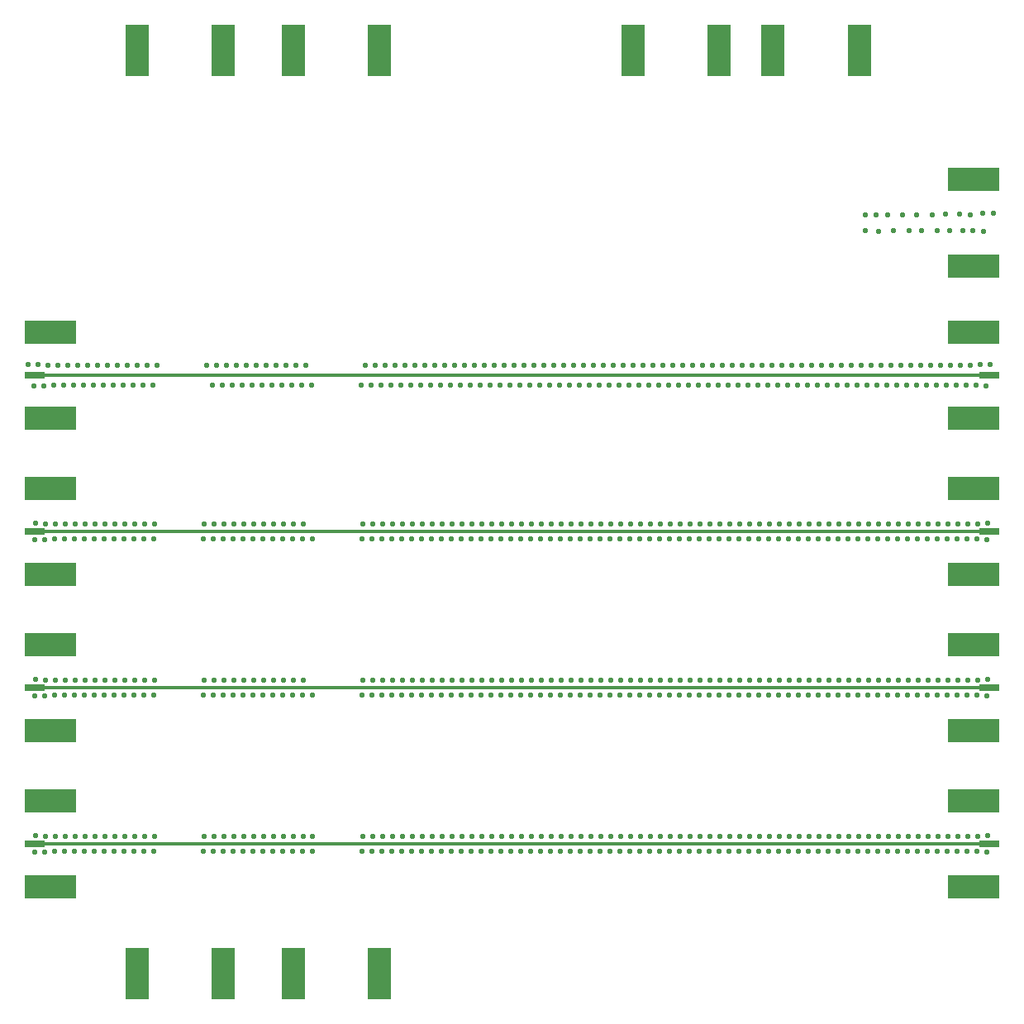
<source format=gts>
G04*
G04 #@! TF.GenerationSoftware,Altium Limited,Altium Designer,19.1.7 (138)*
G04*
G04 Layer_Color=8388736*
%FSLAX25Y25*%
%MOIN*%
G70*
G01*
G75*
%ADD15C,0.01364*%
%ADD16C,0.01309*%
%ADD17C,0.01218*%
%ADD18C,0.01309*%
%ADD19R,0.08300X0.02800*%
%ADD20R,0.20800X0.09800*%
%ADD21R,0.09800X0.20800*%
%ADD22C,0.02300*%
D15*
X4350Y251969D02*
X389351D01*
D16*
X4350Y188976D02*
X389351D01*
D17*
X4350Y62992D02*
X387800Y63039D01*
D18*
X4350Y125984D02*
X388400Y126024D01*
D19*
X389351Y251969D02*
D03*
Y125984D02*
D03*
X4350D02*
D03*
X389351Y62992D02*
D03*
X4350D02*
D03*
X389351Y188976D02*
D03*
X4350D02*
D03*
Y251969D02*
D03*
D20*
X383101Y234569D02*
D03*
Y269369D02*
D03*
Y330900D02*
D03*
Y296100D02*
D03*
Y143384D02*
D03*
Y108584D02*
D03*
X10600D02*
D03*
Y143384D02*
D03*
X383101Y80392D02*
D03*
Y45592D02*
D03*
X10600D02*
D03*
Y80392D02*
D03*
X383101Y206376D02*
D03*
Y171576D02*
D03*
X10600D02*
D03*
Y206376D02*
D03*
Y234569D02*
D03*
Y269369D02*
D03*
D21*
X45592Y10600D02*
D03*
X80392D02*
D03*
Y383101D02*
D03*
X45592D02*
D03*
X108584Y10600D02*
D03*
X143384D02*
D03*
Y383101D02*
D03*
X108584D02*
D03*
X302100Y383101D02*
D03*
X336900D02*
D03*
X245598D02*
D03*
X280398D02*
D03*
D22*
X389584Y256246D02*
D03*
X385584Y256244D02*
D03*
X381596Y255942D02*
D03*
X377596D02*
D03*
X373596D02*
D03*
X369596D02*
D03*
X365596D02*
D03*
X361596D02*
D03*
X357596D02*
D03*
X353596D02*
D03*
X349596D02*
D03*
X345596D02*
D03*
X341596D02*
D03*
X337596D02*
D03*
X333596D02*
D03*
X329596D02*
D03*
X325596D02*
D03*
X321596D02*
D03*
X317596D02*
D03*
X313596D02*
D03*
X309596D02*
D03*
X305596D02*
D03*
X301596D02*
D03*
X297596D02*
D03*
X293596D02*
D03*
X289596D02*
D03*
X285596D02*
D03*
X281596D02*
D03*
X277596D02*
D03*
X273596D02*
D03*
X269596D02*
D03*
X265596D02*
D03*
X261596D02*
D03*
X257596D02*
D03*
X253596D02*
D03*
X249596D02*
D03*
X245596D02*
D03*
X241596D02*
D03*
X237596D02*
D03*
X233596D02*
D03*
X229596D02*
D03*
X225596D02*
D03*
X221596D02*
D03*
X217596D02*
D03*
X213596D02*
D03*
X209596D02*
D03*
X205596D02*
D03*
X201596D02*
D03*
X197596D02*
D03*
X193596D02*
D03*
X189596D02*
D03*
X185596D02*
D03*
X181596D02*
D03*
X177596D02*
D03*
X173596D02*
D03*
X169596D02*
D03*
X165596D02*
D03*
X161596D02*
D03*
X157596D02*
D03*
X153596D02*
D03*
X149596D02*
D03*
X145596D02*
D03*
X141596D02*
D03*
X137596D02*
D03*
X113596D02*
D03*
X109596D02*
D03*
X105596D02*
D03*
X101596D02*
D03*
X97596D02*
D03*
X93596D02*
D03*
X89596D02*
D03*
X85596D02*
D03*
X81596D02*
D03*
X77596D02*
D03*
X73596D02*
D03*
X53596D02*
D03*
X49596D02*
D03*
X45596D02*
D03*
X41596D02*
D03*
X37596D02*
D03*
X33596D02*
D03*
X29596D02*
D03*
X25596D02*
D03*
X21596D02*
D03*
X17596D02*
D03*
X13596D02*
D03*
X9596D02*
D03*
X5607Y256246D02*
D03*
X1607D02*
D03*
X3948Y247691D02*
D03*
X7948D02*
D03*
X11936Y247995D02*
D03*
X15936D02*
D03*
X19936D02*
D03*
X23936D02*
D03*
X27936D02*
D03*
X31936D02*
D03*
X35936D02*
D03*
X39936D02*
D03*
X43936D02*
D03*
X47936D02*
D03*
X51936D02*
D03*
X75936D02*
D03*
X79936D02*
D03*
X83936D02*
D03*
X87936D02*
D03*
X91936D02*
D03*
X95936D02*
D03*
X99936D02*
D03*
X103936D02*
D03*
X107936D02*
D03*
X111936D02*
D03*
X115936D02*
D03*
X135936D02*
D03*
X139936D02*
D03*
X143936D02*
D03*
X147936D02*
D03*
X151936D02*
D03*
X155936D02*
D03*
X159936D02*
D03*
X163936D02*
D03*
X167936D02*
D03*
X171936D02*
D03*
X175936D02*
D03*
X179936D02*
D03*
X183936D02*
D03*
X187936D02*
D03*
X191936D02*
D03*
X195936D02*
D03*
X199936D02*
D03*
X203936D02*
D03*
X207936D02*
D03*
X211936D02*
D03*
X215936D02*
D03*
X219936D02*
D03*
X223936D02*
D03*
X227936D02*
D03*
X231936D02*
D03*
X235936D02*
D03*
X239936D02*
D03*
X243936D02*
D03*
X247936D02*
D03*
X251936D02*
D03*
X255936D02*
D03*
X259936D02*
D03*
X263936D02*
D03*
X267936D02*
D03*
X271936D02*
D03*
X275936D02*
D03*
X279936D02*
D03*
X283936D02*
D03*
X287936D02*
D03*
X291936D02*
D03*
X295936D02*
D03*
X299936D02*
D03*
X303936D02*
D03*
X307936D02*
D03*
X311936D02*
D03*
X315936D02*
D03*
X319936D02*
D03*
X323936D02*
D03*
X327936D02*
D03*
X331936D02*
D03*
X335936D02*
D03*
X339936D02*
D03*
X343936D02*
D03*
X347936D02*
D03*
X351936D02*
D03*
X355936D02*
D03*
X359936D02*
D03*
X363936D02*
D03*
X367936D02*
D03*
X371936D02*
D03*
X375936D02*
D03*
X379936D02*
D03*
X383936D02*
D03*
X387925Y247691D02*
D03*
X116500Y66000D02*
D03*
X84722Y65907D02*
D03*
X80722D02*
D03*
X84436Y60077D02*
D03*
X80436D02*
D03*
X76722Y65907D02*
D03*
X76436Y60077D02*
D03*
X72722Y65907D02*
D03*
X72436Y60077D02*
D03*
X84732Y128946D02*
D03*
X80732D02*
D03*
X84433Y123023D02*
D03*
X80433D02*
D03*
X76732Y128946D02*
D03*
X72732D02*
D03*
X76433Y123023D02*
D03*
X72433D02*
D03*
X84732Y191938D02*
D03*
X84433Y186015D02*
D03*
X80732Y191938D02*
D03*
X80433Y186015D02*
D03*
X76732Y191938D02*
D03*
X76433Y186015D02*
D03*
X72732Y191938D02*
D03*
X72433Y186015D02*
D03*
X100722Y65907D02*
D03*
X96722D02*
D03*
X100436Y60077D02*
D03*
X96436D02*
D03*
X92722Y65907D02*
D03*
X88722D02*
D03*
X92436Y60077D02*
D03*
X88436D02*
D03*
X52732Y191938D02*
D03*
X32433Y186015D02*
D03*
X28732Y191938D02*
D03*
X28433Y186015D02*
D03*
X24732Y191938D02*
D03*
X24433Y186015D02*
D03*
X20732Y191938D02*
D03*
X20433Y186015D02*
D03*
X16700Y204700D02*
D03*
X16600Y208300D02*
D03*
X16732Y191938D02*
D03*
X16433Y186015D02*
D03*
X36732Y191938D02*
D03*
X36433Y186015D02*
D03*
X32732Y191938D02*
D03*
X52436Y60077D02*
D03*
X52722Y65907D02*
D03*
X44436Y60077D02*
D03*
X44722Y65907D02*
D03*
X48436Y60077D02*
D03*
X48722Y65907D02*
D03*
X40436Y60077D02*
D03*
X40722Y65907D02*
D03*
X52433Y186015D02*
D03*
X44732Y191938D02*
D03*
X48732D02*
D03*
X44433Y186015D02*
D03*
X48433D02*
D03*
X40732Y191938D02*
D03*
X40433Y186015D02*
D03*
X136433D02*
D03*
X136732Y191938D02*
D03*
X140433Y186015D02*
D03*
X144433D02*
D03*
X140732Y191938D02*
D03*
X144732D02*
D03*
X148433Y186015D02*
D03*
X148732Y191938D02*
D03*
X116433Y123023D02*
D03*
X112433D02*
D03*
X112732Y128946D02*
D03*
X108433Y123023D02*
D03*
X104433D02*
D03*
X108732Y128946D02*
D03*
X104732D02*
D03*
X116436Y60077D02*
D03*
X112436D02*
D03*
X112722Y65907D02*
D03*
X108436Y60077D02*
D03*
X104436D02*
D03*
X108722Y65907D02*
D03*
X104722D02*
D03*
X36722D02*
D03*
X36436Y60077D02*
D03*
X28722Y65907D02*
D03*
X32722D02*
D03*
X28436Y60077D02*
D03*
X32436D02*
D03*
X24436D02*
D03*
X24722Y65907D02*
D03*
X36732Y128946D02*
D03*
X32732D02*
D03*
X36433Y123023D02*
D03*
X32433D02*
D03*
X28732Y128946D02*
D03*
X24732D02*
D03*
X28433Y123023D02*
D03*
X24433D02*
D03*
X20722Y65907D02*
D03*
X20436Y60077D02*
D03*
X388725Y192271D02*
D03*
X384729Y192097D02*
D03*
X380732Y191938D02*
D03*
X376732D02*
D03*
X372732D02*
D03*
X368732D02*
D03*
X364732D02*
D03*
X360732D02*
D03*
X356732D02*
D03*
X352732D02*
D03*
X348732D02*
D03*
X344732D02*
D03*
X340732D02*
D03*
X336732D02*
D03*
X332732D02*
D03*
X328732D02*
D03*
X324732D02*
D03*
X320732D02*
D03*
X316732D02*
D03*
X312732D02*
D03*
X308732D02*
D03*
X304732D02*
D03*
X300732D02*
D03*
X296732D02*
D03*
X292732D02*
D03*
X288732D02*
D03*
X284732D02*
D03*
X280732D02*
D03*
X276732D02*
D03*
X272732D02*
D03*
X268732D02*
D03*
X264732D02*
D03*
X260732D02*
D03*
X256732D02*
D03*
X252732D02*
D03*
X248732D02*
D03*
X244732D02*
D03*
X240732D02*
D03*
X236732D02*
D03*
X232732D02*
D03*
X228732D02*
D03*
X224732D02*
D03*
X220732D02*
D03*
X216732D02*
D03*
X212732D02*
D03*
X208732D02*
D03*
X204732D02*
D03*
X200732D02*
D03*
X196732D02*
D03*
X192732D02*
D03*
X188732D02*
D03*
X184732D02*
D03*
X180732D02*
D03*
X176732D02*
D03*
X172732D02*
D03*
X168732D02*
D03*
X164732D02*
D03*
X160732D02*
D03*
X156732D02*
D03*
X152732D02*
D03*
X112732D02*
D03*
X108732D02*
D03*
X104732D02*
D03*
X100732D02*
D03*
X96732D02*
D03*
X92732D02*
D03*
X88732D02*
D03*
X12732D02*
D03*
X8737Y192144D02*
D03*
X4739Y192271D02*
D03*
X4442Y185682D02*
D03*
X8441Y185750D02*
D03*
X12433Y186015D02*
D03*
X88433D02*
D03*
X92433D02*
D03*
X96433D02*
D03*
X100433D02*
D03*
X104433D02*
D03*
X108433D02*
D03*
X112433D02*
D03*
X116433D02*
D03*
X152433D02*
D03*
X156433D02*
D03*
X160433D02*
D03*
X164433D02*
D03*
X168433D02*
D03*
X172433D02*
D03*
X176433D02*
D03*
X180433D02*
D03*
X184433D02*
D03*
X188433D02*
D03*
X192433D02*
D03*
X196433D02*
D03*
X200433D02*
D03*
X204433D02*
D03*
X208433D02*
D03*
X212433D02*
D03*
X216433D02*
D03*
X220433D02*
D03*
X224433D02*
D03*
X228433D02*
D03*
X232433D02*
D03*
X236433D02*
D03*
X240433D02*
D03*
X244433D02*
D03*
X248433D02*
D03*
X252433D02*
D03*
X256433D02*
D03*
X260433D02*
D03*
X264433D02*
D03*
X268433D02*
D03*
X272433D02*
D03*
X276433D02*
D03*
X280433D02*
D03*
X284433D02*
D03*
X288433D02*
D03*
X292433D02*
D03*
X296433D02*
D03*
X300433D02*
D03*
X304433D02*
D03*
X308433D02*
D03*
X312433D02*
D03*
X316433D02*
D03*
X320433D02*
D03*
X324433D02*
D03*
X328433D02*
D03*
X332433D02*
D03*
X336433D02*
D03*
X340433D02*
D03*
X344433D02*
D03*
X348433D02*
D03*
X352433D02*
D03*
X356433D02*
D03*
X360433D02*
D03*
X364433D02*
D03*
X368433D02*
D03*
X372433D02*
D03*
X376433D02*
D03*
X380433D02*
D03*
X384433D02*
D03*
X388419Y185682D02*
D03*
X388725Y129278D02*
D03*
X384729Y129105D02*
D03*
X380732Y128946D02*
D03*
X376732D02*
D03*
X372732D02*
D03*
X368732D02*
D03*
X364732D02*
D03*
X360732D02*
D03*
X356732D02*
D03*
X352732D02*
D03*
X348732D02*
D03*
X344732D02*
D03*
X340732D02*
D03*
X336732D02*
D03*
X332732D02*
D03*
X328732D02*
D03*
X324732D02*
D03*
X320732D02*
D03*
X316732D02*
D03*
X312732D02*
D03*
X308732D02*
D03*
X304732D02*
D03*
X300732D02*
D03*
X296732D02*
D03*
X292732D02*
D03*
X288732D02*
D03*
X284732D02*
D03*
X280732D02*
D03*
X276732D02*
D03*
X272732D02*
D03*
X268732D02*
D03*
X264732D02*
D03*
X260732D02*
D03*
X256732D02*
D03*
X252732D02*
D03*
X248732D02*
D03*
X244732D02*
D03*
X240732D02*
D03*
X236732D02*
D03*
X232732D02*
D03*
X228732D02*
D03*
X224732D02*
D03*
X220732D02*
D03*
X216732D02*
D03*
X212732D02*
D03*
X208732D02*
D03*
X204732D02*
D03*
X200732D02*
D03*
X196732D02*
D03*
X192732D02*
D03*
X188732D02*
D03*
X184732D02*
D03*
X180732D02*
D03*
X176732D02*
D03*
X172732D02*
D03*
X168732D02*
D03*
X164732D02*
D03*
X160732D02*
D03*
X156732D02*
D03*
X152732D02*
D03*
X148732D02*
D03*
X144732D02*
D03*
X140732D02*
D03*
X136732D02*
D03*
X100732D02*
D03*
X96732D02*
D03*
X92732D02*
D03*
X88732D02*
D03*
X52732D02*
D03*
X48732D02*
D03*
X44732D02*
D03*
X40732D02*
D03*
X20732D02*
D03*
X16732D02*
D03*
X12732D02*
D03*
X8737Y129152D02*
D03*
X4739Y129278D02*
D03*
X4442Y122690D02*
D03*
X8441Y122758D02*
D03*
X12433Y123023D02*
D03*
X16433D02*
D03*
X20433D02*
D03*
X40433D02*
D03*
X44433D02*
D03*
X48433D02*
D03*
X52433D02*
D03*
X88433D02*
D03*
X92433D02*
D03*
X96433D02*
D03*
X100433D02*
D03*
X136433D02*
D03*
X140433D02*
D03*
X144433D02*
D03*
X148433D02*
D03*
X152433D02*
D03*
X156433D02*
D03*
X160433D02*
D03*
X164433D02*
D03*
X168433D02*
D03*
X172433D02*
D03*
X176433D02*
D03*
X180433D02*
D03*
X184433D02*
D03*
X188433D02*
D03*
X192433D02*
D03*
X196433D02*
D03*
X200433D02*
D03*
X204433D02*
D03*
X208433D02*
D03*
X212433D02*
D03*
X216433D02*
D03*
X220433D02*
D03*
X224433D02*
D03*
X228433D02*
D03*
X232433D02*
D03*
X236433D02*
D03*
X240433D02*
D03*
X244433D02*
D03*
X248433D02*
D03*
X252433D02*
D03*
X256433D02*
D03*
X260433D02*
D03*
X264433D02*
D03*
X268433D02*
D03*
X272433D02*
D03*
X276433D02*
D03*
X280433D02*
D03*
X284433D02*
D03*
X288433D02*
D03*
X292433D02*
D03*
X296433D02*
D03*
X300433D02*
D03*
X304433D02*
D03*
X308433D02*
D03*
X312433D02*
D03*
X316433D02*
D03*
X320433D02*
D03*
X324433D02*
D03*
X328433D02*
D03*
X332433D02*
D03*
X336433D02*
D03*
X340433D02*
D03*
X344433D02*
D03*
X348433D02*
D03*
X352433D02*
D03*
X356433D02*
D03*
X360433D02*
D03*
X364433D02*
D03*
X368433D02*
D03*
X372433D02*
D03*
X376433D02*
D03*
X380433D02*
D03*
X384433D02*
D03*
X388419Y122690D02*
D03*
X388713Y66286D02*
D03*
X384717Y66108D02*
D03*
X380722Y65907D02*
D03*
X376722D02*
D03*
X372722D02*
D03*
X368722D02*
D03*
X364722D02*
D03*
X360722D02*
D03*
X356722D02*
D03*
X352722D02*
D03*
X348722D02*
D03*
X344722D02*
D03*
X340722D02*
D03*
X336722D02*
D03*
X332722D02*
D03*
X328722D02*
D03*
X324722D02*
D03*
X320722D02*
D03*
X316722D02*
D03*
X312722D02*
D03*
X308722D02*
D03*
X304722D02*
D03*
X300722D02*
D03*
X296722D02*
D03*
X292722D02*
D03*
X288722D02*
D03*
X284722D02*
D03*
X280722D02*
D03*
X276722D02*
D03*
X272722D02*
D03*
X268722D02*
D03*
X264722D02*
D03*
X260722D02*
D03*
X256722D02*
D03*
X252722D02*
D03*
X248722D02*
D03*
X244722D02*
D03*
X240722D02*
D03*
X236722D02*
D03*
X232722D02*
D03*
X228722D02*
D03*
X224722D02*
D03*
X220722D02*
D03*
X216722D02*
D03*
X212722D02*
D03*
X208722D02*
D03*
X204722D02*
D03*
X200722D02*
D03*
X196722D02*
D03*
X192722D02*
D03*
X188722D02*
D03*
X184722D02*
D03*
X180722D02*
D03*
X176722D02*
D03*
X172722D02*
D03*
X168722D02*
D03*
X164722D02*
D03*
X160722D02*
D03*
X156722D02*
D03*
X152722D02*
D03*
X148722D02*
D03*
X144722D02*
D03*
X140722D02*
D03*
X136722D02*
D03*
X16722D02*
D03*
X12722D02*
D03*
X8730Y66161D02*
D03*
X4732Y66286D02*
D03*
X4448Y59698D02*
D03*
X8448Y59767D02*
D03*
X12436Y60077D02*
D03*
X16436D02*
D03*
X136436D02*
D03*
X140436D02*
D03*
X144436D02*
D03*
X148436D02*
D03*
X152436D02*
D03*
X156436D02*
D03*
X160436D02*
D03*
X164436D02*
D03*
X168436D02*
D03*
X172436D02*
D03*
X176436D02*
D03*
X180436D02*
D03*
X184436D02*
D03*
X188436D02*
D03*
X192436D02*
D03*
X196436D02*
D03*
X200436D02*
D03*
X204436D02*
D03*
X208436D02*
D03*
X212436D02*
D03*
X216436D02*
D03*
X220436D02*
D03*
X224436D02*
D03*
X228436D02*
D03*
X232436D02*
D03*
X236436D02*
D03*
X240436D02*
D03*
X244436D02*
D03*
X248436D02*
D03*
X252436D02*
D03*
X256436D02*
D03*
X260436D02*
D03*
X264436D02*
D03*
X268436D02*
D03*
X272436D02*
D03*
X276436D02*
D03*
X280436D02*
D03*
X284436D02*
D03*
X288436D02*
D03*
X292436D02*
D03*
X296436D02*
D03*
X300436D02*
D03*
X304436D02*
D03*
X308436D02*
D03*
X312436D02*
D03*
X316436D02*
D03*
X320436D02*
D03*
X324436D02*
D03*
X328436D02*
D03*
X332436D02*
D03*
X336436D02*
D03*
X340436D02*
D03*
X344436D02*
D03*
X348436D02*
D03*
X352436D02*
D03*
X356436D02*
D03*
X360436D02*
D03*
X364436D02*
D03*
X368436D02*
D03*
X372436D02*
D03*
X376436D02*
D03*
X380436D02*
D03*
X384436Y60065D02*
D03*
X388419Y59698D02*
D03*
X144800Y4100D02*
D03*
X141400Y3500D02*
D03*
X141600Y10900D02*
D03*
X146500D02*
D03*
X146400Y18100D02*
D03*
X141000Y18000D02*
D03*
X110800Y3800D02*
D03*
X106700Y3300D02*
D03*
X106500Y10800D02*
D03*
X111100Y11100D02*
D03*
X111200Y18300D02*
D03*
X106000Y18500D02*
D03*
X83400Y3900D02*
D03*
X77400Y3700D02*
D03*
X77600Y10700D02*
D03*
X83000Y10800D02*
D03*
X82700Y17900D02*
D03*
X78000Y18000D02*
D03*
X48200Y4400D02*
D03*
X43500D02*
D03*
Y10400D02*
D03*
X48000Y10500D02*
D03*
X47700Y17400D02*
D03*
X43000Y17500D02*
D03*
X145800Y376700D02*
D03*
X141100Y376400D02*
D03*
Y383700D02*
D03*
X145600Y384000D02*
D03*
X145800Y391100D02*
D03*
X141000Y391000D02*
D03*
X110900Y375900D02*
D03*
X106000Y376000D02*
D03*
Y383200D02*
D03*
X111400Y383000D02*
D03*
X111100Y390600D02*
D03*
X106000Y390500D02*
D03*
X83200Y376600D02*
D03*
X77900Y376400D02*
D03*
X78100Y383000D02*
D03*
X82800Y383100D02*
D03*
X83200Y390000D02*
D03*
X78000D02*
D03*
X48500Y376400D02*
D03*
X43100Y376800D02*
D03*
X43000Y382900D02*
D03*
X48300Y383400D02*
D03*
Y391100D02*
D03*
X43000Y391000D02*
D03*
X335000Y377300D02*
D03*
X334800Y383700D02*
D03*
X334900Y390000D02*
D03*
X339000Y390100D02*
D03*
X338800Y383800D02*
D03*
X338600Y377200D02*
D03*
X300400Y377400D02*
D03*
X300200Y383800D02*
D03*
X300300Y390100D02*
D03*
X304400Y390200D02*
D03*
X304200Y383900D02*
D03*
X304000Y377300D02*
D03*
X278600Y376700D02*
D03*
X278400Y383100D02*
D03*
X278500Y389400D02*
D03*
X282600Y389500D02*
D03*
X282400Y383200D02*
D03*
X282200Y376600D02*
D03*
X243600D02*
D03*
X243400Y383000D02*
D03*
X243500Y389300D02*
D03*
X247600Y389400D02*
D03*
X247400Y383100D02*
D03*
X247200Y376500D02*
D03*
X377800Y47600D02*
D03*
X383900D02*
D03*
X389900Y47700D02*
D03*
X390000Y44100D02*
D03*
X384000Y43900D02*
D03*
X377800Y43800D02*
D03*
X376700Y82300D02*
D03*
X382800D02*
D03*
X388800Y82400D02*
D03*
X388900Y78800D02*
D03*
X382900Y78600D02*
D03*
X376700Y78500D02*
D03*
Y110400D02*
D03*
X382800D02*
D03*
X388800Y110500D02*
D03*
X388900Y106900D02*
D03*
X382900Y106700D02*
D03*
X376700Y106600D02*
D03*
X377300Y145100D02*
D03*
X383400D02*
D03*
X389400Y145200D02*
D03*
X389500Y141600D02*
D03*
X383500Y141400D02*
D03*
X377300Y141300D02*
D03*
X377000Y173400D02*
D03*
X383100D02*
D03*
X389100Y173500D02*
D03*
X389200Y169900D02*
D03*
X383200Y169700D02*
D03*
X377000Y169600D02*
D03*
X376900Y208200D02*
D03*
X383000D02*
D03*
X389000Y208300D02*
D03*
X389100Y204700D02*
D03*
X383100Y204500D02*
D03*
X376900Y204400D02*
D03*
X376700Y236600D02*
D03*
X382800D02*
D03*
X388800Y236700D02*
D03*
X388900Y233100D02*
D03*
X382900Y232900D02*
D03*
X376700Y232800D02*
D03*
X377500Y271200D02*
D03*
X383600D02*
D03*
X389600Y271300D02*
D03*
X389700Y267700D02*
D03*
X383700Y267500D02*
D03*
X377500Y267400D02*
D03*
X4800Y271100D02*
D03*
X10900D02*
D03*
X16900Y271200D02*
D03*
X17000Y267600D02*
D03*
X11000Y267400D02*
D03*
X4800Y267300D02*
D03*
Y236000D02*
D03*
X10900D02*
D03*
X16900Y236100D02*
D03*
X17000Y232500D02*
D03*
X11000Y232300D02*
D03*
X4800Y232200D02*
D03*
X4500Y208200D02*
D03*
X10600D02*
D03*
X10700Y204500D02*
D03*
X4500Y204400D02*
D03*
Y173400D02*
D03*
X10600D02*
D03*
X16600Y173500D02*
D03*
X16700Y169900D02*
D03*
X10700Y169700D02*
D03*
X4500Y169600D02*
D03*
X4800Y145400D02*
D03*
X10900D02*
D03*
X16900Y145500D02*
D03*
X17000Y141900D02*
D03*
X11000Y141700D02*
D03*
X4800Y141600D02*
D03*
X4600Y110600D02*
D03*
X10700D02*
D03*
X16700Y110700D02*
D03*
X16800Y107100D02*
D03*
X10800Y106900D02*
D03*
X4600Y106800D02*
D03*
X4400Y82300D02*
D03*
X10500D02*
D03*
X16500Y82400D02*
D03*
X16600Y78800D02*
D03*
X10600Y78600D02*
D03*
X4400Y78500D02*
D03*
X3700Y47400D02*
D03*
X9800D02*
D03*
X15800Y47500D02*
D03*
X15900Y43900D02*
D03*
X9900Y43700D02*
D03*
X3700Y43600D02*
D03*
X376200Y328900D02*
D03*
X382800Y328700D02*
D03*
X389100Y328500D02*
D03*
X389000Y332600D02*
D03*
X382700Y332700D02*
D03*
X376300Y332500D02*
D03*
X376200Y294200D02*
D03*
X382400Y294100D02*
D03*
X387800Y294200D02*
D03*
Y298300D02*
D03*
X382400D02*
D03*
X376200D02*
D03*
X387100Y309900D02*
D03*
X391000Y317300D02*
D03*
X386700Y317200D02*
D03*
X381800Y316800D02*
D03*
X382600Y310400D02*
D03*
X378600Y310300D02*
D03*
X373500D02*
D03*
X368200Y310200D02*
D03*
X377400Y317000D02*
D03*
X371600Y316900D02*
D03*
X366200Y316800D02*
D03*
X360100D02*
D03*
X354200D02*
D03*
X362100Y310200D02*
D03*
X357100D02*
D03*
X350700D02*
D03*
X344800Y310100D02*
D03*
X339200Y310200D02*
D03*
X348500Y316800D02*
D03*
X343800Y316700D02*
D03*
X339200D02*
D03*
M02*

</source>
